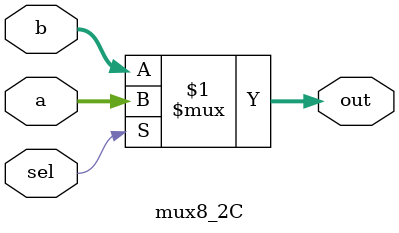
<source format=v>
/* Chen Grapel. Logic Design Course Exercise 1 (part A section C): 8-bit mux. Filename: SEC1_C.v */
`timescale 1ns / 100ps// result evaluated every 1nsec with 100psec resolution

module mux8_2C #(parameter WIDTH=8)(input [(WIDTH-1):0]a,b,input sel,output [(WIDTH-1):0]out);// module name and ports list

	// conditional assignment:
	assign out=(sel)?a:b;// if select bit=1:out=a,if select bit=0:out=b

endmodule

</source>
